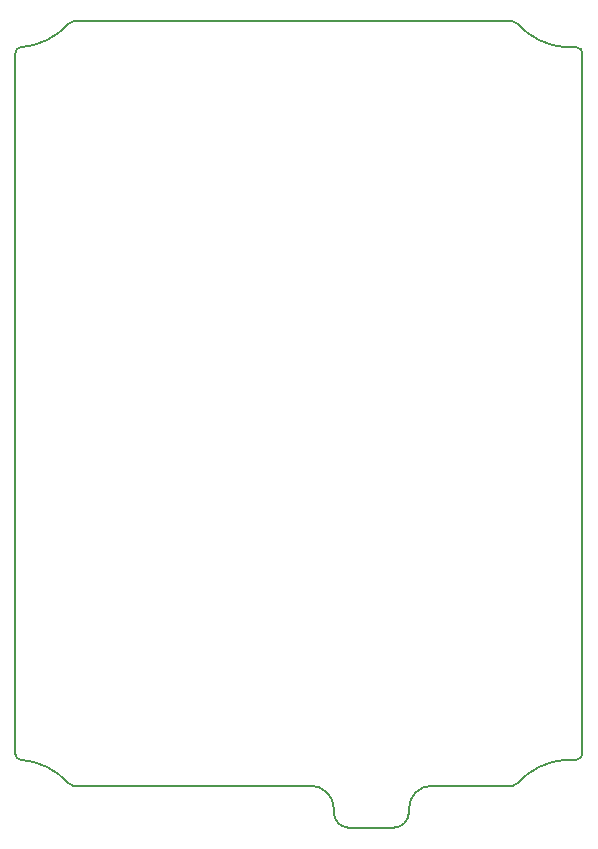
<source format=gm1>
G04 #@! TF.GenerationSoftware,KiCad,Pcbnew,5.1.10-88a1d61d58~88~ubuntu20.04.1*
G04 #@! TF.CreationDate,2021-05-10T20:01:03+02:00*
G04 #@! TF.ProjectId,WiRoc_NanoPi_v1,5769526f-635f-44e6-916e-6f50695f7631,rev?*
G04 #@! TF.SameCoordinates,Original*
G04 #@! TF.FileFunction,Profile,NP*
%FSLAX46Y46*%
G04 Gerber Fmt 4.6, Leading zero omitted, Abs format (unit mm)*
G04 Created by KiCad (PCBNEW 5.1.10-88a1d61d58~88~ubuntu20.04.1) date 2021-05-10 20:01:03*
%MOMM*%
%LPD*%
G01*
G04 APERTURE LIST*
G04 #@! TA.AperFunction,Profile*
%ADD10C,0.200000*%
G04 #@! TD*
G04 APERTURE END LIST*
D10*
X95530000Y-48987099D02*
X94610000Y-48987099D01*
X95530131Y-48987852D02*
G75*
G02*
X95999825Y-49500000I-30306J-499247D01*
G01*
X90505442Y-46993884D02*
G75*
G03*
X90100000Y-46799799I-395617J-305915D01*
G01*
X90507015Y-46992667D02*
G75*
G03*
X94610000Y-48987099I4483310J4005568D01*
G01*
X95500000Y-109312700D02*
X94590500Y-109312700D01*
X48429457Y-48985715D02*
G75*
G03*
X48000000Y-49490000I70543J-495085D01*
G01*
X52498510Y-46988816D02*
G75*
G02*
X52900000Y-46800000I391490J-311184D01*
G01*
X52498170Y-46988513D02*
G75*
G02*
X48429463Y-48985758I-4488670J4001213D01*
G01*
X52512483Y-111327843D02*
G75*
G03*
X52890000Y-111500000I377517J327843D01*
G01*
X52512736Y-111327619D02*
G75*
G03*
X48409500Y-109312700I-4503236J-3985081D01*
G01*
X48413176Y-109312404D02*
G75*
G02*
X48000000Y-108820000I86824J492404D01*
G01*
X90516101Y-111295268D02*
G75*
G02*
X94590500Y-109312700I4474399J-4017432D01*
G01*
X90514832Y-111294128D02*
G75*
G02*
X90090000Y-111500000I-404832J294128D01*
G01*
X95500000Y-109312861D02*
G75*
G03*
X96000000Y-108800000I0J500161D01*
G01*
X74958000Y-113481200D02*
X74958000Y-113786000D01*
X72976800Y-111500000D02*
X52890000Y-111500000D01*
X80038000Y-115056000D02*
X76177200Y-115056000D01*
X81308000Y-113481200D02*
X81308000Y-113836800D01*
X83290000Y-111500000D02*
X90090000Y-111500000D01*
X81306985Y-113836759D02*
G75*
G02*
X80038000Y-115056000I-1268985J50759D01*
G01*
X76177241Y-115054985D02*
G75*
G02*
X74958000Y-113786000I50759J1268985D01*
G01*
X72976800Y-111500000D02*
G75*
G02*
X74958000Y-113481200I0J-1981200D01*
G01*
X81308000Y-113481200D02*
G75*
G02*
X83289200Y-111500000I1981200J0D01*
G01*
X96000000Y-49500000D02*
X96000000Y-108800000D01*
X52900000Y-46800000D02*
X90100000Y-46799799D01*
X48000000Y-108820000D02*
X48000000Y-49490000D01*
M02*

</source>
